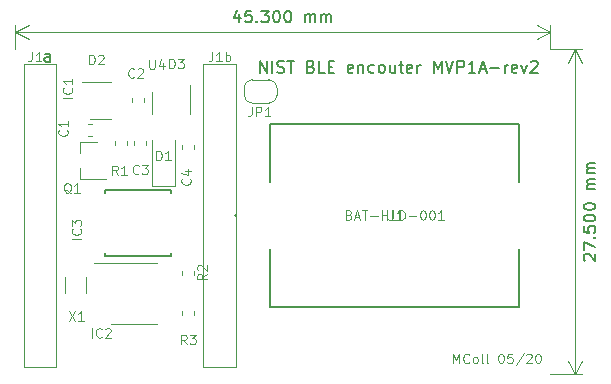
<source format=gbr>
G04 #@! TF.GenerationSoftware,KiCad,Pcbnew,(5.1.5)-3*
G04 #@! TF.CreationDate,2020-05-14T10:30:24-04:00*
G04 #@! TF.ProjectId,ble_mvp_1A-rev2,626c655f-6d76-4705-9f31-412d72657632,rev?*
G04 #@! TF.SameCoordinates,Original*
G04 #@! TF.FileFunction,Legend,Top*
G04 #@! TF.FilePolarity,Positive*
%FSLAX46Y46*%
G04 Gerber Fmt 4.6, Leading zero omitted, Abs format (unit mm)*
G04 Created by KiCad (PCBNEW (5.1.5)-3) date 2020-05-14 10:30:24*
%MOMM*%
%LPD*%
G04 APERTURE LIST*
%ADD10C,0.150000*%
%ADD11C,0.120000*%
%ADD12C,0.152400*%
G04 APERTURE END LIST*
D10*
X172907699Y-94392857D02*
X172860080Y-94345238D01*
X172812460Y-94250000D01*
X172812460Y-94011904D01*
X172860080Y-93916666D01*
X172907699Y-93869047D01*
X173002937Y-93821428D01*
X173098175Y-93821428D01*
X173241032Y-93869047D01*
X173812460Y-94440476D01*
X173812460Y-93821428D01*
X172812460Y-93488095D02*
X172812460Y-92821428D01*
X173812460Y-93250000D01*
X173717222Y-92440476D02*
X173764841Y-92392857D01*
X173812460Y-92440476D01*
X173764841Y-92488095D01*
X173717222Y-92440476D01*
X173812460Y-92440476D01*
X172812460Y-91488095D02*
X172812460Y-91964285D01*
X173288651Y-92011904D01*
X173241032Y-91964285D01*
X173193413Y-91869047D01*
X173193413Y-91630952D01*
X173241032Y-91535714D01*
X173288651Y-91488095D01*
X173383889Y-91440476D01*
X173621984Y-91440476D01*
X173717222Y-91488095D01*
X173764841Y-91535714D01*
X173812460Y-91630952D01*
X173812460Y-91869047D01*
X173764841Y-91964285D01*
X173717222Y-92011904D01*
X172812460Y-90821428D02*
X172812460Y-90726190D01*
X172860080Y-90630952D01*
X172907699Y-90583333D01*
X173002937Y-90535714D01*
X173193413Y-90488095D01*
X173431508Y-90488095D01*
X173621984Y-90535714D01*
X173717222Y-90583333D01*
X173764841Y-90630952D01*
X173812460Y-90726190D01*
X173812460Y-90821428D01*
X173764841Y-90916666D01*
X173717222Y-90964285D01*
X173621984Y-91011904D01*
X173431508Y-91059523D01*
X173193413Y-91059523D01*
X173002937Y-91011904D01*
X172907699Y-90964285D01*
X172860080Y-90916666D01*
X172812460Y-90821428D01*
X172812460Y-89869047D02*
X172812460Y-89773809D01*
X172860080Y-89678571D01*
X172907699Y-89630952D01*
X173002937Y-89583333D01*
X173193413Y-89535714D01*
X173431508Y-89535714D01*
X173621984Y-89583333D01*
X173717222Y-89630952D01*
X173764841Y-89678571D01*
X173812460Y-89773809D01*
X173812460Y-89869047D01*
X173764841Y-89964285D01*
X173717222Y-90011904D01*
X173621984Y-90059523D01*
X173431508Y-90107142D01*
X173193413Y-90107142D01*
X173002937Y-90059523D01*
X172907699Y-90011904D01*
X172860080Y-89964285D01*
X172812460Y-89869047D01*
X173812460Y-88345238D02*
X173145794Y-88345238D01*
X173241032Y-88345238D02*
X173193413Y-88297619D01*
X173145794Y-88202380D01*
X173145794Y-88059523D01*
X173193413Y-87964285D01*
X173288651Y-87916666D01*
X173812460Y-87916666D01*
X173288651Y-87916666D02*
X173193413Y-87869047D01*
X173145794Y-87773809D01*
X173145794Y-87630952D01*
X173193413Y-87535714D01*
X173288651Y-87488095D01*
X173812460Y-87488095D01*
X173812460Y-87011904D02*
X173145794Y-87011904D01*
X173241032Y-87011904D02*
X173193413Y-86964285D01*
X173145794Y-86869047D01*
X173145794Y-86726190D01*
X173193413Y-86630952D01*
X173288651Y-86583333D01*
X173812460Y-86583333D01*
X173288651Y-86583333D02*
X173193413Y-86535714D01*
X173145794Y-86440476D01*
X173145794Y-86297619D01*
X173193413Y-86202380D01*
X173288651Y-86154761D01*
X173812460Y-86154761D01*
D11*
X172090080Y-104000000D02*
X172090080Y-76500000D01*
X170000000Y-104000000D02*
X172676501Y-104000000D01*
X170000000Y-76500000D02*
X172676501Y-76500000D01*
X172090080Y-76500000D02*
X172676501Y-77626504D01*
X172090080Y-76500000D02*
X171503659Y-77626504D01*
X172090080Y-104000000D02*
X172676501Y-102873496D01*
X172090080Y-104000000D02*
X171503659Y-102873496D01*
D10*
X143683333Y-73547315D02*
X143683333Y-74213981D01*
X143445238Y-73166362D02*
X143207142Y-73880648D01*
X143826190Y-73880648D01*
X144683333Y-73213981D02*
X144207142Y-73213981D01*
X144159523Y-73690172D01*
X144207142Y-73642553D01*
X144302380Y-73594934D01*
X144540476Y-73594934D01*
X144635714Y-73642553D01*
X144683333Y-73690172D01*
X144730952Y-73785410D01*
X144730952Y-74023505D01*
X144683333Y-74118743D01*
X144635714Y-74166362D01*
X144540476Y-74213981D01*
X144302380Y-74213981D01*
X144207142Y-74166362D01*
X144159523Y-74118743D01*
X145159523Y-74118743D02*
X145207142Y-74166362D01*
X145159523Y-74213981D01*
X145111904Y-74166362D01*
X145159523Y-74118743D01*
X145159523Y-74213981D01*
X145540476Y-73213981D02*
X146159523Y-73213981D01*
X145826190Y-73594934D01*
X145969047Y-73594934D01*
X146064285Y-73642553D01*
X146111904Y-73690172D01*
X146159523Y-73785410D01*
X146159523Y-74023505D01*
X146111904Y-74118743D01*
X146064285Y-74166362D01*
X145969047Y-74213981D01*
X145683333Y-74213981D01*
X145588095Y-74166362D01*
X145540476Y-74118743D01*
X146778571Y-73213981D02*
X146873809Y-73213981D01*
X146969047Y-73261601D01*
X147016666Y-73309220D01*
X147064285Y-73404458D01*
X147111904Y-73594934D01*
X147111904Y-73833029D01*
X147064285Y-74023505D01*
X147016666Y-74118743D01*
X146969047Y-74166362D01*
X146873809Y-74213981D01*
X146778571Y-74213981D01*
X146683333Y-74166362D01*
X146635714Y-74118743D01*
X146588095Y-74023505D01*
X146540476Y-73833029D01*
X146540476Y-73594934D01*
X146588095Y-73404458D01*
X146635714Y-73309220D01*
X146683333Y-73261601D01*
X146778571Y-73213981D01*
X147730952Y-73213981D02*
X147826190Y-73213981D01*
X147921428Y-73261601D01*
X147969047Y-73309220D01*
X148016666Y-73404458D01*
X148064285Y-73594934D01*
X148064285Y-73833029D01*
X148016666Y-74023505D01*
X147969047Y-74118743D01*
X147921428Y-74166362D01*
X147826190Y-74213981D01*
X147730952Y-74213981D01*
X147635714Y-74166362D01*
X147588095Y-74118743D01*
X147540476Y-74023505D01*
X147492857Y-73833029D01*
X147492857Y-73594934D01*
X147540476Y-73404458D01*
X147588095Y-73309220D01*
X147635714Y-73261601D01*
X147730952Y-73213981D01*
X149254761Y-74213981D02*
X149254761Y-73547315D01*
X149254761Y-73642553D02*
X149302380Y-73594934D01*
X149397619Y-73547315D01*
X149540476Y-73547315D01*
X149635714Y-73594934D01*
X149683333Y-73690172D01*
X149683333Y-74213981D01*
X149683333Y-73690172D02*
X149730952Y-73594934D01*
X149826190Y-73547315D01*
X149969047Y-73547315D01*
X150064285Y-73594934D01*
X150111904Y-73690172D01*
X150111904Y-74213981D01*
X150588095Y-74213981D02*
X150588095Y-73547315D01*
X150588095Y-73642553D02*
X150635714Y-73594934D01*
X150730952Y-73547315D01*
X150873809Y-73547315D01*
X150969047Y-73594934D01*
X151016666Y-73690172D01*
X151016666Y-74213981D01*
X151016666Y-73690172D02*
X151064285Y-73594934D01*
X151159523Y-73547315D01*
X151302380Y-73547315D01*
X151397619Y-73594934D01*
X151445238Y-73690172D01*
X151445238Y-74213981D01*
D11*
X170000000Y-75031601D02*
X124700000Y-75031601D01*
X170000000Y-76500000D02*
X170000000Y-74445180D01*
X124700000Y-76500000D02*
X124700000Y-74445180D01*
X124700000Y-75031601D02*
X125826504Y-74445180D01*
X124700000Y-75031601D02*
X125826504Y-75618022D01*
X170000000Y-75031601D02*
X168873496Y-74445180D01*
X170000000Y-75031601D02*
X168873496Y-75618022D01*
X141382828Y-76711864D02*
X141382828Y-77283293D01*
X141344733Y-77397579D01*
X141268542Y-77473769D01*
X141154257Y-77511864D01*
X141078066Y-77511864D01*
X142182828Y-77511864D02*
X141725685Y-77511864D01*
X141954257Y-77511864D02*
X141954257Y-76711864D01*
X141878066Y-76826150D01*
X141801876Y-76902340D01*
X141725685Y-76940436D01*
X142525685Y-77511864D02*
X142525685Y-76711864D01*
X142525685Y-77016626D02*
X142601876Y-76978531D01*
X142754257Y-76978531D01*
X142830447Y-77016626D01*
X142868542Y-77054721D01*
X142906638Y-77130912D01*
X142906638Y-77359483D01*
X142868542Y-77435674D01*
X142830447Y-77473769D01*
X142754257Y-77511864D01*
X142601876Y-77511864D01*
X142525685Y-77473769D01*
D10*
X127605445Y-77536300D02*
X127605445Y-77012491D01*
X127557826Y-76917253D01*
X127462588Y-76869634D01*
X127272112Y-76869634D01*
X127176874Y-76917253D01*
X127605445Y-77488681D02*
X127510207Y-77536300D01*
X127272112Y-77536300D01*
X127176874Y-77488681D01*
X127129255Y-77393443D01*
X127129255Y-77298205D01*
X127176874Y-77202967D01*
X127272112Y-77155348D01*
X127510207Y-77155348D01*
X127605445Y-77107729D01*
D11*
X161760361Y-103069344D02*
X161760361Y-102269344D01*
X162027028Y-102840773D01*
X162293695Y-102269344D01*
X162293695Y-103069344D01*
X163131790Y-102993154D02*
X163093695Y-103031249D01*
X162979409Y-103069344D01*
X162903219Y-103069344D01*
X162788933Y-103031249D01*
X162712742Y-102955059D01*
X162674647Y-102878868D01*
X162636552Y-102726487D01*
X162636552Y-102612201D01*
X162674647Y-102459820D01*
X162712742Y-102383630D01*
X162788933Y-102307440D01*
X162903219Y-102269344D01*
X162979409Y-102269344D01*
X163093695Y-102307440D01*
X163131790Y-102345535D01*
X163588933Y-103069344D02*
X163512742Y-103031249D01*
X163474647Y-102993154D01*
X163436552Y-102916963D01*
X163436552Y-102688392D01*
X163474647Y-102612201D01*
X163512742Y-102574106D01*
X163588933Y-102536011D01*
X163703219Y-102536011D01*
X163779409Y-102574106D01*
X163817504Y-102612201D01*
X163855600Y-102688392D01*
X163855600Y-102916963D01*
X163817504Y-102993154D01*
X163779409Y-103031249D01*
X163703219Y-103069344D01*
X163588933Y-103069344D01*
X164312742Y-103069344D02*
X164236552Y-103031249D01*
X164198457Y-102955059D01*
X164198457Y-102269344D01*
X164731790Y-103069344D02*
X164655600Y-103031249D01*
X164617504Y-102955059D01*
X164617504Y-102269344D01*
X165798457Y-102269344D02*
X165874647Y-102269344D01*
X165950838Y-102307440D01*
X165988933Y-102345535D01*
X166027028Y-102421725D01*
X166065123Y-102574106D01*
X166065123Y-102764582D01*
X166027028Y-102916963D01*
X165988933Y-102993154D01*
X165950838Y-103031249D01*
X165874647Y-103069344D01*
X165798457Y-103069344D01*
X165722266Y-103031249D01*
X165684171Y-102993154D01*
X165646076Y-102916963D01*
X165607980Y-102764582D01*
X165607980Y-102574106D01*
X165646076Y-102421725D01*
X165684171Y-102345535D01*
X165722266Y-102307440D01*
X165798457Y-102269344D01*
X166788933Y-102269344D02*
X166407980Y-102269344D01*
X166369885Y-102650297D01*
X166407980Y-102612201D01*
X166484171Y-102574106D01*
X166674647Y-102574106D01*
X166750838Y-102612201D01*
X166788933Y-102650297D01*
X166827028Y-102726487D01*
X166827028Y-102916963D01*
X166788933Y-102993154D01*
X166750838Y-103031249D01*
X166674647Y-103069344D01*
X166484171Y-103069344D01*
X166407980Y-103031249D01*
X166369885Y-102993154D01*
X167741314Y-102231249D02*
X167055600Y-103259820D01*
X167969885Y-102345535D02*
X168007980Y-102307440D01*
X168084171Y-102269344D01*
X168274647Y-102269344D01*
X168350838Y-102307440D01*
X168388933Y-102345535D01*
X168427028Y-102421725D01*
X168427028Y-102497916D01*
X168388933Y-102612201D01*
X167931790Y-103069344D01*
X168427028Y-103069344D01*
X168922266Y-102269344D02*
X168998457Y-102269344D01*
X169074647Y-102307440D01*
X169112742Y-102345535D01*
X169150838Y-102421725D01*
X169188933Y-102574106D01*
X169188933Y-102764582D01*
X169150838Y-102916963D01*
X169112742Y-102993154D01*
X169074647Y-103031249D01*
X168998457Y-103069344D01*
X168922266Y-103069344D01*
X168846076Y-103031249D01*
X168807980Y-102993154D01*
X168769885Y-102916963D01*
X168731790Y-102764582D01*
X168731790Y-102574106D01*
X168769885Y-102421725D01*
X168807980Y-102345535D01*
X168846076Y-102307440D01*
X168922266Y-102269344D01*
D10*
X145413174Y-78481180D02*
X145413174Y-77481180D01*
X145984602Y-78481180D01*
X145984602Y-77481180D01*
X146460793Y-78481180D02*
X146460793Y-77481180D01*
X146889364Y-78433561D02*
X147032221Y-78481180D01*
X147270317Y-78481180D01*
X147365555Y-78433561D01*
X147413174Y-78385942D01*
X147460793Y-78290704D01*
X147460793Y-78195466D01*
X147413174Y-78100228D01*
X147365555Y-78052609D01*
X147270317Y-78004990D01*
X147079840Y-77957371D01*
X146984602Y-77909752D01*
X146936983Y-77862133D01*
X146889364Y-77766895D01*
X146889364Y-77671657D01*
X146936983Y-77576419D01*
X146984602Y-77528800D01*
X147079840Y-77481180D01*
X147317936Y-77481180D01*
X147460793Y-77528800D01*
X147746507Y-77481180D02*
X148317936Y-77481180D01*
X148032221Y-78481180D02*
X148032221Y-77481180D01*
X149746507Y-77957371D02*
X149889364Y-78004990D01*
X149936983Y-78052609D01*
X149984602Y-78147847D01*
X149984602Y-78290704D01*
X149936983Y-78385942D01*
X149889364Y-78433561D01*
X149794126Y-78481180D01*
X149413174Y-78481180D01*
X149413174Y-77481180D01*
X149746507Y-77481180D01*
X149841745Y-77528800D01*
X149889364Y-77576419D01*
X149936983Y-77671657D01*
X149936983Y-77766895D01*
X149889364Y-77862133D01*
X149841745Y-77909752D01*
X149746507Y-77957371D01*
X149413174Y-77957371D01*
X150889364Y-78481180D02*
X150413174Y-78481180D01*
X150413174Y-77481180D01*
X151222698Y-77957371D02*
X151556031Y-77957371D01*
X151698888Y-78481180D02*
X151222698Y-78481180D01*
X151222698Y-77481180D01*
X151698888Y-77481180D01*
X153270317Y-78433561D02*
X153175079Y-78481180D01*
X152984602Y-78481180D01*
X152889364Y-78433561D01*
X152841745Y-78338323D01*
X152841745Y-77957371D01*
X152889364Y-77862133D01*
X152984602Y-77814514D01*
X153175079Y-77814514D01*
X153270317Y-77862133D01*
X153317936Y-77957371D01*
X153317936Y-78052609D01*
X152841745Y-78147847D01*
X153746507Y-77814514D02*
X153746507Y-78481180D01*
X153746507Y-77909752D02*
X153794126Y-77862133D01*
X153889364Y-77814514D01*
X154032221Y-77814514D01*
X154127460Y-77862133D01*
X154175079Y-77957371D01*
X154175079Y-78481180D01*
X155079840Y-78433561D02*
X154984602Y-78481180D01*
X154794126Y-78481180D01*
X154698888Y-78433561D01*
X154651269Y-78385942D01*
X154603650Y-78290704D01*
X154603650Y-78004990D01*
X154651269Y-77909752D01*
X154698888Y-77862133D01*
X154794126Y-77814514D01*
X154984602Y-77814514D01*
X155079840Y-77862133D01*
X155651269Y-78481180D02*
X155556031Y-78433561D01*
X155508412Y-78385942D01*
X155460793Y-78290704D01*
X155460793Y-78004990D01*
X155508412Y-77909752D01*
X155556031Y-77862133D01*
X155651269Y-77814514D01*
X155794126Y-77814514D01*
X155889364Y-77862133D01*
X155936983Y-77909752D01*
X155984602Y-78004990D01*
X155984602Y-78290704D01*
X155936983Y-78385942D01*
X155889364Y-78433561D01*
X155794126Y-78481180D01*
X155651269Y-78481180D01*
X156841745Y-77814514D02*
X156841745Y-78481180D01*
X156413174Y-77814514D02*
X156413174Y-78338323D01*
X156460793Y-78433561D01*
X156556031Y-78481180D01*
X156698888Y-78481180D01*
X156794126Y-78433561D01*
X156841745Y-78385942D01*
X157175079Y-77814514D02*
X157556031Y-77814514D01*
X157317936Y-77481180D02*
X157317936Y-78338323D01*
X157365555Y-78433561D01*
X157460793Y-78481180D01*
X157556031Y-78481180D01*
X158270317Y-78433561D02*
X158175079Y-78481180D01*
X157984602Y-78481180D01*
X157889364Y-78433561D01*
X157841745Y-78338323D01*
X157841745Y-77957371D01*
X157889364Y-77862133D01*
X157984602Y-77814514D01*
X158175079Y-77814514D01*
X158270317Y-77862133D01*
X158317936Y-77957371D01*
X158317936Y-78052609D01*
X157841745Y-78147847D01*
X158746507Y-78481180D02*
X158746507Y-77814514D01*
X158746507Y-78004990D02*
X158794126Y-77909752D01*
X158841745Y-77862133D01*
X158936983Y-77814514D01*
X159032221Y-77814514D01*
X160127460Y-78481180D02*
X160127460Y-77481180D01*
X160460793Y-78195466D01*
X160794126Y-77481180D01*
X160794126Y-78481180D01*
X161127460Y-77481180D02*
X161460793Y-78481180D01*
X161794126Y-77481180D01*
X162127460Y-78481180D02*
X162127460Y-77481180D01*
X162508412Y-77481180D01*
X162603650Y-77528800D01*
X162651269Y-77576419D01*
X162698888Y-77671657D01*
X162698888Y-77814514D01*
X162651269Y-77909752D01*
X162603650Y-77957371D01*
X162508412Y-78004990D01*
X162127460Y-78004990D01*
X163651269Y-78481180D02*
X163079840Y-78481180D01*
X163365555Y-78481180D02*
X163365555Y-77481180D01*
X163270317Y-77624038D01*
X163175079Y-77719276D01*
X163079840Y-77766895D01*
X164032221Y-78195466D02*
X164508412Y-78195466D01*
X163936983Y-78481180D02*
X164270317Y-77481180D01*
X164603650Y-78481180D01*
X164936983Y-78100228D02*
X165698888Y-78100228D01*
X166175079Y-78481180D02*
X166175079Y-77814514D01*
X166175079Y-78004990D02*
X166222698Y-77909752D01*
X166270317Y-77862133D01*
X166365555Y-77814514D01*
X166460793Y-77814514D01*
X167175079Y-78433561D02*
X167079840Y-78481180D01*
X166889364Y-78481180D01*
X166794126Y-78433561D01*
X166746507Y-78338323D01*
X166746507Y-77957371D01*
X166794126Y-77862133D01*
X166889364Y-77814514D01*
X167079840Y-77814514D01*
X167175079Y-77862133D01*
X167222698Y-77957371D01*
X167222698Y-78052609D01*
X166746507Y-78147847D01*
X167556031Y-77814514D02*
X167794126Y-78481180D01*
X168032221Y-77814514D01*
X168365555Y-77576419D02*
X168413174Y-77528800D01*
X168508412Y-77481180D01*
X168746507Y-77481180D01*
X168841745Y-77528800D01*
X168889364Y-77576419D01*
X168936983Y-77671657D01*
X168936983Y-77766895D01*
X168889364Y-77909752D01*
X168317936Y-78481180D01*
X168936983Y-78481180D01*
D11*
X136261600Y-88036760D02*
X136261600Y-84186760D01*
X138261600Y-88036760D02*
X138261600Y-84186760D01*
X136261600Y-88036760D02*
X138261600Y-88036760D01*
X125426800Y-77763700D02*
X125426800Y-103363700D01*
X125426800Y-103363700D02*
X128166800Y-103363700D01*
X128166800Y-103363700D02*
X128166800Y-77763700D01*
X128166800Y-77763700D02*
X125426800Y-77763700D01*
X140636800Y-77763700D02*
X140636800Y-103363700D01*
X140636800Y-103363700D02*
X143376800Y-103363700D01*
X143376800Y-103363700D02*
X143376800Y-77763700D01*
X143376800Y-77763700D02*
X140636800Y-77763700D01*
D12*
X137906760Y-88704695D02*
X137906760Y-88421720D01*
X132267960Y-93726745D02*
X132267960Y-94009720D01*
X132267960Y-88421720D02*
X132267960Y-88704695D01*
X137906760Y-88421720D02*
X132267960Y-88421720D01*
X137906760Y-94009720D02*
X137906760Y-93726745D01*
X132267960Y-94009720D02*
X137906760Y-94009720D01*
D11*
X130189700Y-84306800D02*
X131649700Y-84306800D01*
X130189700Y-87466800D02*
X132349700Y-87466800D01*
X130189700Y-87466800D02*
X130189700Y-86536800D01*
X130189700Y-84306800D02*
X130189700Y-85236800D01*
X130699480Y-97154360D02*
X130699480Y-95804360D01*
X128949480Y-97154360D02*
X128949480Y-95804360D01*
X139816300Y-84978567D02*
X139816300Y-84636033D01*
X138796300Y-84978567D02*
X138796300Y-84636033D01*
X146165800Y-81065880D02*
X144765800Y-81065880D01*
X144065800Y-80365880D02*
X144065800Y-79765880D01*
X144765800Y-79065880D02*
X146165800Y-79065880D01*
X146865800Y-79765880D02*
X146865800Y-80365880D01*
X146865800Y-80365880D02*
G75*
G02X146165800Y-81065880I-700000J0D01*
G01*
X146165800Y-79065880D02*
G75*
G02X146865800Y-79765880I0J-700000D01*
G01*
X144065800Y-79765880D02*
G75*
G02X144765800Y-79065880I700000J0D01*
G01*
X144765800Y-81065880D02*
G75*
G02X144065800Y-80365880I0J700000D01*
G01*
X138824240Y-98690613D02*
X138824240Y-99033147D01*
X139844240Y-98690613D02*
X139844240Y-99033147D01*
X139859480Y-95624467D02*
X139859480Y-95281933D01*
X138839480Y-95624467D02*
X138839480Y-95281933D01*
X134787640Y-94630560D02*
X131337640Y-94630560D01*
X134787640Y-94630560D02*
X136737640Y-94630560D01*
X134787640Y-99750560D02*
X132837640Y-99750560D01*
X134787640Y-99750560D02*
X136737640Y-99750560D01*
X136271360Y-80135200D02*
X136271360Y-81935200D01*
X139491360Y-81935200D02*
X139491360Y-79485200D01*
X135744680Y-84584867D02*
X135744680Y-84242333D01*
X134724680Y-84584867D02*
X134724680Y-84242333D01*
X135574500Y-80965367D02*
X135574500Y-80622833D01*
X134554500Y-80965367D02*
X134554500Y-80622833D01*
D12*
X143418560Y-90571320D02*
G75*
G03X143418560Y-90571320I-76200J0D01*
G01*
X167345360Y-87698580D02*
X167345360Y-82824320D01*
X146263360Y-93444060D02*
X146263360Y-98318320D01*
X146263360Y-82824320D02*
X146263360Y-87698580D01*
X167345360Y-82824320D02*
X146263360Y-82824320D01*
X167345360Y-98318320D02*
X167345360Y-93444060D01*
X146263360Y-98318320D02*
X167345360Y-98318320D01*
D11*
X132794900Y-79296800D02*
X130364900Y-79296800D01*
X131034900Y-82366800D02*
X132794900Y-82366800D01*
X134195280Y-84620427D02*
X134195280Y-84277893D01*
X133175280Y-84620427D02*
X133175280Y-84277893D01*
X130829233Y-83844100D02*
X131171767Y-83844100D01*
X130829233Y-82824100D02*
X131171767Y-82824100D01*
X136651123Y-85888664D02*
X136651123Y-85088664D01*
X136841600Y-85088664D01*
X136955885Y-85126760D01*
X137032076Y-85202950D01*
X137070171Y-85279140D01*
X137108266Y-85431521D01*
X137108266Y-85545807D01*
X137070171Y-85698188D01*
X137032076Y-85774379D01*
X136955885Y-85850569D01*
X136841600Y-85888664D01*
X136651123Y-85888664D01*
X137870171Y-85888664D02*
X137413028Y-85888664D01*
X137641600Y-85888664D02*
X137641600Y-85088664D01*
X137565409Y-85202950D01*
X137489219Y-85279140D01*
X137413028Y-85317236D01*
X126108493Y-76711864D02*
X126108493Y-77283293D01*
X126070398Y-77397579D01*
X125994207Y-77473769D01*
X125879921Y-77511864D01*
X125803731Y-77511864D01*
X126908493Y-77511864D02*
X126451350Y-77511864D01*
X126679921Y-77511864D02*
X126679921Y-76711864D01*
X126603731Y-76826150D01*
X126527540Y-76902340D01*
X126451350Y-76940436D01*
X130282904Y-92520672D02*
X129482904Y-92520672D01*
X130206714Y-91682577D02*
X130244809Y-91720672D01*
X130282904Y-91834958D01*
X130282904Y-91911148D01*
X130244809Y-92025434D01*
X130168619Y-92101624D01*
X130092428Y-92139720D01*
X129940047Y-92177815D01*
X129825761Y-92177815D01*
X129673380Y-92139720D01*
X129597190Y-92101624D01*
X129521000Y-92025434D01*
X129482904Y-91911148D01*
X129482904Y-91834958D01*
X129521000Y-91720672D01*
X129559095Y-91682577D01*
X129482904Y-91415910D02*
X129482904Y-90920672D01*
X129787666Y-91187339D01*
X129787666Y-91073053D01*
X129825761Y-90996862D01*
X129863857Y-90958767D01*
X129940047Y-90920672D01*
X130130523Y-90920672D01*
X130206714Y-90958767D01*
X130244809Y-90996862D01*
X130282904Y-91073053D01*
X130282904Y-91301624D01*
X130244809Y-91377815D01*
X130206714Y-91415910D01*
X129418089Y-88698015D02*
X129341899Y-88659920D01*
X129265708Y-88583729D01*
X129151422Y-88469443D01*
X129075232Y-88431348D01*
X128999041Y-88431348D01*
X129037137Y-88621824D02*
X128960946Y-88583729D01*
X128884756Y-88507539D01*
X128846660Y-88355158D01*
X128846660Y-88088491D01*
X128884756Y-87936110D01*
X128960946Y-87859920D01*
X129037137Y-87821824D01*
X129189518Y-87821824D01*
X129265708Y-87859920D01*
X129341899Y-87936110D01*
X129379994Y-88088491D01*
X129379994Y-88355158D01*
X129341899Y-88507539D01*
X129265708Y-88583729D01*
X129189518Y-88621824D01*
X129037137Y-88621824D01*
X130141899Y-88621824D02*
X129684756Y-88621824D01*
X129913327Y-88621824D02*
X129913327Y-87821824D01*
X129837137Y-87936110D01*
X129760946Y-88012300D01*
X129684756Y-88050396D01*
X129237820Y-98667624D02*
X129771154Y-99467624D01*
X129771154Y-98667624D02*
X129237820Y-99467624D01*
X130494963Y-99467624D02*
X130037820Y-99467624D01*
X130266392Y-99467624D02*
X130266392Y-98667624D01*
X130190201Y-98781910D01*
X130114011Y-98858100D01*
X130037820Y-98896196D01*
X137737923Y-78106224D02*
X137737923Y-77306224D01*
X137928400Y-77306224D01*
X138042685Y-77344320D01*
X138118876Y-77420510D01*
X138156971Y-77496700D01*
X138195066Y-77649081D01*
X138195066Y-77763367D01*
X138156971Y-77915748D01*
X138118876Y-77991939D01*
X138042685Y-78068129D01*
X137928400Y-78106224D01*
X137737923Y-78106224D01*
X138461733Y-77306224D02*
X138956971Y-77306224D01*
X138690304Y-77610986D01*
X138804590Y-77610986D01*
X138880780Y-77649081D01*
X138918876Y-77687177D01*
X138956971Y-77763367D01*
X138956971Y-77953843D01*
X138918876Y-78030034D01*
X138880780Y-78068129D01*
X138804590Y-78106224D01*
X138576019Y-78106224D01*
X138499828Y-78068129D01*
X138461733Y-78030034D01*
X130956123Y-77760784D02*
X130956123Y-76960784D01*
X131146600Y-76960784D01*
X131260885Y-76998880D01*
X131337076Y-77075070D01*
X131375171Y-77151260D01*
X131413266Y-77303641D01*
X131413266Y-77417927D01*
X131375171Y-77570308D01*
X131337076Y-77646499D01*
X131260885Y-77722689D01*
X131146600Y-77760784D01*
X130956123Y-77760784D01*
X131718028Y-77036975D02*
X131756123Y-76998880D01*
X131832314Y-76960784D01*
X132022790Y-76960784D01*
X132098980Y-76998880D01*
X132137076Y-77036975D01*
X132175171Y-77113165D01*
X132175171Y-77189356D01*
X132137076Y-77303641D01*
X131679933Y-77760784D01*
X132175171Y-77760784D01*
X139492954Y-87452693D02*
X139531049Y-87490788D01*
X139569144Y-87605074D01*
X139569144Y-87681264D01*
X139531049Y-87795550D01*
X139454859Y-87871740D01*
X139378668Y-87909836D01*
X139226287Y-87947931D01*
X139112001Y-87947931D01*
X138959620Y-87909836D01*
X138883430Y-87871740D01*
X138807240Y-87795550D01*
X138769144Y-87681264D01*
X138769144Y-87605074D01*
X138807240Y-87490788D01*
X138845335Y-87452693D01*
X139035811Y-86766979D02*
X139569144Y-86766979D01*
X138731049Y-86957455D02*
X139302478Y-87147931D01*
X139302478Y-86652693D01*
X144702613Y-81380384D02*
X144702613Y-81951813D01*
X144664518Y-82066099D01*
X144588327Y-82142289D01*
X144474041Y-82180384D01*
X144397851Y-82180384D01*
X145083565Y-82180384D02*
X145083565Y-81380384D01*
X145388327Y-81380384D01*
X145464518Y-81418480D01*
X145502613Y-81456575D01*
X145540708Y-81532765D01*
X145540708Y-81647051D01*
X145502613Y-81723241D01*
X145464518Y-81761337D01*
X145388327Y-81799432D01*
X145083565Y-81799432D01*
X146302613Y-82180384D02*
X145845470Y-82180384D01*
X146074041Y-82180384D02*
X146074041Y-81380384D01*
X145997851Y-81494670D01*
X145921660Y-81570860D01*
X145845470Y-81608956D01*
X139211066Y-101469144D02*
X138944400Y-101088192D01*
X138753923Y-101469144D02*
X138753923Y-100669144D01*
X139058685Y-100669144D01*
X139134876Y-100707240D01*
X139172971Y-100745335D01*
X139211066Y-100821525D01*
X139211066Y-100935811D01*
X139172971Y-101012001D01*
X139134876Y-101050097D01*
X139058685Y-101088192D01*
X138753923Y-101088192D01*
X139477733Y-100669144D02*
X139972971Y-100669144D01*
X139706304Y-100973906D01*
X139820590Y-100973906D01*
X139896780Y-101012001D01*
X139934876Y-101050097D01*
X139972971Y-101126287D01*
X139972971Y-101316763D01*
X139934876Y-101392954D01*
X139896780Y-101431049D01*
X139820590Y-101469144D01*
X139592019Y-101469144D01*
X139515828Y-101431049D01*
X139477733Y-101392954D01*
X140920424Y-95500173D02*
X140539472Y-95766840D01*
X140920424Y-95957316D02*
X140120424Y-95957316D01*
X140120424Y-95652554D01*
X140158520Y-95576363D01*
X140196615Y-95538268D01*
X140272805Y-95500173D01*
X140387091Y-95500173D01*
X140463281Y-95538268D01*
X140501377Y-95576363D01*
X140539472Y-95652554D01*
X140539472Y-95957316D01*
X140196615Y-95195411D02*
X140158520Y-95157316D01*
X140120424Y-95081125D01*
X140120424Y-94890649D01*
X140158520Y-94814459D01*
X140196615Y-94776363D01*
X140272805Y-94738268D01*
X140348996Y-94738268D01*
X140463281Y-94776363D01*
X140920424Y-95233506D01*
X140920424Y-94738268D01*
X131197447Y-100905264D02*
X131197447Y-100105264D01*
X132035542Y-100829074D02*
X131997447Y-100867169D01*
X131883161Y-100905264D01*
X131806971Y-100905264D01*
X131692685Y-100867169D01*
X131616495Y-100790979D01*
X131578400Y-100714788D01*
X131540304Y-100562407D01*
X131540304Y-100448121D01*
X131578400Y-100295740D01*
X131616495Y-100219550D01*
X131692685Y-100143360D01*
X131806971Y-100105264D01*
X131883161Y-100105264D01*
X131997447Y-100143360D01*
X132035542Y-100181455D01*
X132340304Y-100181455D02*
X132378400Y-100143360D01*
X132454590Y-100105264D01*
X132645066Y-100105264D01*
X132721257Y-100143360D01*
X132759352Y-100181455D01*
X132797447Y-100257645D01*
X132797447Y-100333836D01*
X132759352Y-100448121D01*
X132302209Y-100905264D01*
X132797447Y-100905264D01*
X136052636Y-77372264D02*
X136052636Y-78019883D01*
X136090731Y-78096074D01*
X136128826Y-78134169D01*
X136205017Y-78172264D01*
X136357398Y-78172264D01*
X136433588Y-78134169D01*
X136471683Y-78096074D01*
X136509779Y-78019883D01*
X136509779Y-77372264D01*
X137233588Y-77638931D02*
X137233588Y-78172264D01*
X137043112Y-77334169D02*
X136852636Y-77905598D01*
X137347874Y-77905598D01*
X135162306Y-87000554D02*
X135124211Y-87038649D01*
X135009925Y-87076744D01*
X134933735Y-87076744D01*
X134819449Y-87038649D01*
X134743259Y-86962459D01*
X134705163Y-86886268D01*
X134667068Y-86733887D01*
X134667068Y-86619601D01*
X134705163Y-86467220D01*
X134743259Y-86391030D01*
X134819449Y-86314840D01*
X134933735Y-86276744D01*
X135009925Y-86276744D01*
X135124211Y-86314840D01*
X135162306Y-86352935D01*
X135428973Y-86276744D02*
X135924211Y-86276744D01*
X135657544Y-86581506D01*
X135771830Y-86581506D01*
X135848020Y-86619601D01*
X135886116Y-86657697D01*
X135924211Y-86733887D01*
X135924211Y-86924363D01*
X135886116Y-87000554D01*
X135848020Y-87038649D01*
X135771830Y-87076744D01*
X135543259Y-87076744D01*
X135467068Y-87038649D01*
X135428973Y-87000554D01*
X134760986Y-78831914D02*
X134722891Y-78870009D01*
X134608605Y-78908104D01*
X134532415Y-78908104D01*
X134418129Y-78870009D01*
X134341939Y-78793819D01*
X134303843Y-78717628D01*
X134265748Y-78565247D01*
X134265748Y-78450961D01*
X134303843Y-78298580D01*
X134341939Y-78222390D01*
X134418129Y-78146200D01*
X134532415Y-78108104D01*
X134608605Y-78108104D01*
X134722891Y-78146200D01*
X134760986Y-78184295D01*
X135065748Y-78184295D02*
X135103843Y-78146200D01*
X135180034Y-78108104D01*
X135370510Y-78108104D01*
X135446700Y-78146200D01*
X135484796Y-78184295D01*
X135522891Y-78260485D01*
X135522891Y-78336676D01*
X135484796Y-78450961D01*
X135027653Y-78908104D01*
X135522891Y-78908104D01*
X156194836Y-90133224D02*
X156194836Y-90780843D01*
X156232931Y-90857034D01*
X156271026Y-90895129D01*
X156347217Y-90933224D01*
X156499598Y-90933224D01*
X156575788Y-90895129D01*
X156613883Y-90857034D01*
X156651979Y-90780843D01*
X156651979Y-90133224D01*
X157451979Y-90933224D02*
X156994836Y-90933224D01*
X157223407Y-90933224D02*
X157223407Y-90133224D01*
X157147217Y-90247510D01*
X157071026Y-90323700D01*
X156994836Y-90361796D01*
X152937693Y-90514177D02*
X153051979Y-90552272D01*
X153090074Y-90590367D01*
X153128169Y-90666558D01*
X153128169Y-90780843D01*
X153090074Y-90857034D01*
X153051979Y-90895129D01*
X152975788Y-90933224D01*
X152671026Y-90933224D01*
X152671026Y-90133224D01*
X152937693Y-90133224D01*
X153013883Y-90171320D01*
X153051979Y-90209415D01*
X153090074Y-90285605D01*
X153090074Y-90361796D01*
X153051979Y-90437986D01*
X153013883Y-90476081D01*
X152937693Y-90514177D01*
X152671026Y-90514177D01*
X153432931Y-90704653D02*
X153813883Y-90704653D01*
X153356740Y-90933224D02*
X153623407Y-90133224D01*
X153890074Y-90933224D01*
X154042455Y-90133224D02*
X154499598Y-90133224D01*
X154271026Y-90933224D02*
X154271026Y-90133224D01*
X154766264Y-90628462D02*
X155375788Y-90628462D01*
X155756740Y-90933224D02*
X155756740Y-90133224D01*
X155756740Y-90514177D02*
X156213883Y-90514177D01*
X156213883Y-90933224D02*
X156213883Y-90133224D01*
X156975788Y-90933224D02*
X156594836Y-90933224D01*
X156594836Y-90133224D01*
X157242455Y-90933224D02*
X157242455Y-90133224D01*
X157432931Y-90133224D01*
X157547217Y-90171320D01*
X157623407Y-90247510D01*
X157661502Y-90323700D01*
X157699598Y-90476081D01*
X157699598Y-90590367D01*
X157661502Y-90742748D01*
X157623407Y-90818939D01*
X157547217Y-90895129D01*
X157432931Y-90933224D01*
X157242455Y-90933224D01*
X158042455Y-90628462D02*
X158651979Y-90628462D01*
X159185312Y-90133224D02*
X159261502Y-90133224D01*
X159337693Y-90171320D01*
X159375788Y-90209415D01*
X159413883Y-90285605D01*
X159451979Y-90437986D01*
X159451979Y-90628462D01*
X159413883Y-90780843D01*
X159375788Y-90857034D01*
X159337693Y-90895129D01*
X159261502Y-90933224D01*
X159185312Y-90933224D01*
X159109121Y-90895129D01*
X159071026Y-90857034D01*
X159032931Y-90780843D01*
X158994836Y-90628462D01*
X158994836Y-90437986D01*
X159032931Y-90285605D01*
X159071026Y-90209415D01*
X159109121Y-90171320D01*
X159185312Y-90133224D01*
X159947217Y-90133224D02*
X160023407Y-90133224D01*
X160099598Y-90171320D01*
X160137693Y-90209415D01*
X160175788Y-90285605D01*
X160213883Y-90437986D01*
X160213883Y-90628462D01*
X160175788Y-90780843D01*
X160137693Y-90857034D01*
X160099598Y-90895129D01*
X160023407Y-90933224D01*
X159947217Y-90933224D01*
X159871026Y-90895129D01*
X159832931Y-90857034D01*
X159794836Y-90780843D01*
X159756740Y-90628462D01*
X159756740Y-90437986D01*
X159794836Y-90285605D01*
X159832931Y-90209415D01*
X159871026Y-90171320D01*
X159947217Y-90133224D01*
X160975788Y-90933224D02*
X160518645Y-90933224D01*
X160747217Y-90933224D02*
X160747217Y-90133224D01*
X160671026Y-90247510D01*
X160594836Y-90323700D01*
X160518645Y-90361796D01*
X129541224Y-80592832D02*
X128741224Y-80592832D01*
X129465034Y-79754737D02*
X129503129Y-79792832D01*
X129541224Y-79907118D01*
X129541224Y-79983308D01*
X129503129Y-80097594D01*
X129426939Y-80173784D01*
X129350748Y-80211880D01*
X129198367Y-80249975D01*
X129084081Y-80249975D01*
X128931700Y-80211880D01*
X128855510Y-80173784D01*
X128779320Y-80097594D01*
X128741224Y-79983308D01*
X128741224Y-79907118D01*
X128779320Y-79792832D01*
X128817415Y-79754737D01*
X129541224Y-78992832D02*
X129541224Y-79449975D01*
X129541224Y-79221403D02*
X128741224Y-79221403D01*
X128855510Y-79297594D01*
X128931700Y-79373784D01*
X128969796Y-79449975D01*
X133389386Y-87137704D02*
X133122720Y-86756752D01*
X132932243Y-87137704D02*
X132932243Y-86337704D01*
X133237005Y-86337704D01*
X133313196Y-86375800D01*
X133351291Y-86413895D01*
X133389386Y-86490085D01*
X133389386Y-86604371D01*
X133351291Y-86680561D01*
X133313196Y-86718657D01*
X133237005Y-86756752D01*
X132932243Y-86756752D01*
X134151291Y-87137704D02*
X133694148Y-87137704D01*
X133922720Y-87137704D02*
X133922720Y-86337704D01*
X133846529Y-86451990D01*
X133770339Y-86528180D01*
X133694148Y-86566276D01*
X129078954Y-83333573D02*
X129117049Y-83371668D01*
X129155144Y-83485954D01*
X129155144Y-83562144D01*
X129117049Y-83676430D01*
X129040859Y-83752620D01*
X128964668Y-83790716D01*
X128812287Y-83828811D01*
X128698001Y-83828811D01*
X128545620Y-83790716D01*
X128469430Y-83752620D01*
X128393240Y-83676430D01*
X128355144Y-83562144D01*
X128355144Y-83485954D01*
X128393240Y-83371668D01*
X128431335Y-83333573D01*
X129155144Y-82571668D02*
X129155144Y-83028811D01*
X129155144Y-82800240D02*
X128355144Y-82800240D01*
X128469430Y-82876430D01*
X128545620Y-82952620D01*
X128583716Y-83028811D01*
M02*

</source>
